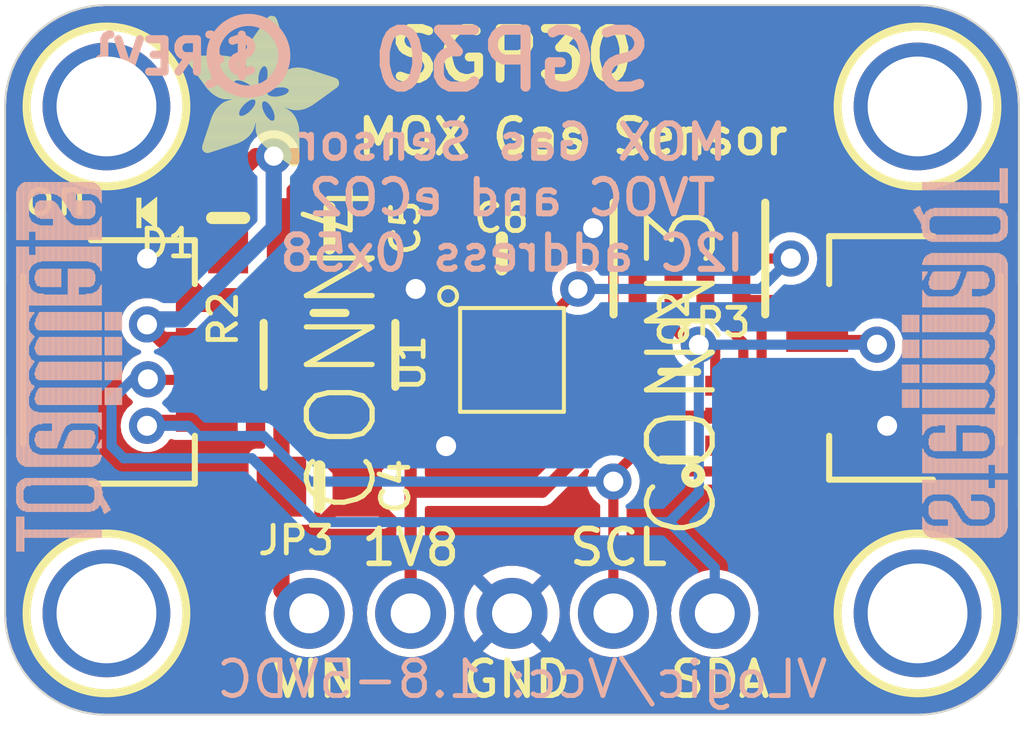
<source format=kicad_pcb>
(kicad_pcb (version 20221018) (generator pcbnew)
  (layers (0 "F.Cu" signal) (31 "B.Cu" signal) (34 "B.Paste" user) (35 "F.Paste" user) (36 "B.SilkS" user "B.Silkscreen") (37 "F.SilkS" user "F.Silkscreen") (38 "B.Mask" user) (39 "F.Mask" user) (44 "Edge.Cuts" user))
  (net 0 "")
  (net 1 "GND")
  (net 2 "SDA")
  (net 3 "SCL")
  (net 4 "SCL_2V")
  (net 5 "SDA_2V")
  (net 6 "VCC")
  (net 7 "N$1")
  (net 8 "1.8V")
  (footprint "working:CHIPLED_0603_NOOUTLINE" (layer "F.Cu") (at 139.3571 101.3206 90)
    (fp_text reference "D1" (at -0.762 1.27) (layer "F.SilkS") (effects (font (size 0.692831 0.692831) (thickness 0.119969)) (justify right)))
    (fp_text value "GREEN")
    (pad "A" smd rect (at 0 0.75 90) (size 0.8 0.8) (layers "F.Cu" "F.Paste" "F.Mask") (net 7 "N$1"))
    (pad "C" smd rect (at 0 -0.75 90) (size 0.8 0.8) (layers "F.Cu" "F.Paste" "F.Mask") (net 1 "GND"))
  )
  (footprint "working:ADAFRUIT_3.5MM" (layer "F.Cu") (at 140.3731 100.1776)
    (fp_text reference "U$34" hide)
    (fp_text value "" hide)
  )
  (footprint "working:MOUNTINGHOLE_2.5_PLATED" (layer "F.Cu") (at 138.3411 98.6536)
    (fp_text reference "U$28" hide)
    (fp_text value "MOUNTINGHOLE2.5" hide)
    (pad "P$1" thru_hole circle (at 0 0) (size 3.2 3.2) (drill 2.5) (layers "*.Cu" "*.Mask"))
    (zone (net 0) (net_name "") (layer "F.Cu") (connect_pads (clearance 0)) (min_thickness 0.25)
      (keepout (tracks not_allowed) (vias not_allowed) (pads not_allowed) (copperpour not_allowed) (footprints allowed))
      (fill (thermal_gap 0.5) (thermal_bridge_width 0.5))
      (polygon (pts (xy 140.3571 98.6536) (xy 140.33748 98.373027) (xy 140.279004 98.097915) (xy 140.182808 97.833619) (xy 140.050765 97.585283) (xy 139.885446 97.35774) (xy 139.690067 97.15542) (xy 139.468433 96.98226) (xy 139.224856 96.841631) (xy 138.964078 96.73627) (xy 138.691175 96.668228) (xy 138.411457 96.638828) (xy 138.130371 96.648644) (xy 137.853385 96.697484) (xy 137.585893 96.784397) (xy 137.3331 96.907693) (xy 137.099926 97.06497) (xy 136.890911 97.253169) (xy 136.710122 97.468625) (xy 136.561078 97.707145) (xy 136.44668 97.964087) (xy 136.369154 98.23445) (xy 136.330011 98.512971) (xy 136.330011 98.794229) (xy 136.369154 99.07275) (xy 136.44668 99.343113) (xy 136.561078 99.600055) (xy 136.710122 99.838575) (xy 136.890911 100.054031) (xy 137.099926 100.24223) (xy 137.3331 100.399507) (xy 137.585893 100.522803) (xy 137.853385 100.609716) (xy 138.130371 100.658556) (xy 138.411457 100.668372) (xy 138.691175 100.638972) (xy 138.964078 100.57093) (xy 139.224856 100.465569) (xy 139.468433 100.32494) (xy 139.690067 100.15178) (xy 139.885446 99.94946) (xy 140.050765 99.721917) (xy 140.182808 99.473581) (xy 140.279004 99.209285) (xy 140.33748 98.934173)))
      (polygon (pts (xy 138.3251 98.6536) (xy 138.329786 98.664914) (xy 138.3411 98.6696) (xy 138.352414 98.664914) (xy 138.3571 98.6536) (xy 138.352414 98.642286) (xy 138.3411 98.6376) (xy 138.329786 98.642286)))
    )
    (zone (net 0) (net_name "") (layer "B.Cu") (connect_pads (clearance 0)) (min_thickness 0.25)
      (keepout (tracks not_allowed) (vias not_allowed) (pads not_allowed) (copperpour not_allowed) (footprints allowed))
      (fill (thermal_gap 0.5) (thermal_bridge_width 0.5))
      (polygon (pts (xy 140.3571 98.6536) (xy 140.33748 98.373027) (xy 140.279004 98.097915) (xy 140.182808 97.833619) (xy 140.050765 97.585283) (xy 139.885446 97.35774) (xy 139.690067 97.15542) (xy 139.468433 96.98226) (xy 139.224856 96.841631) (xy 138.964078 96.73627) (xy 138.691175 96.668228) (xy 138.411457 96.638828) (xy 138.130371 96.648644) (xy 137.853385 96.697484) (xy 137.585893 96.784397) (xy 137.3331 96.907693) (xy 137.099926 97.06497) (xy 136.890911 97.253169) (xy 136.710122 97.468625) (xy 136.561078 97.707145) (xy 136.44668 97.964087) (xy 136.369154 98.23445) (xy 136.330011 98.512971) (xy 136.330011 98.794229) (xy 136.369154 99.07275) (xy 136.44668 99.343113) (xy 136.561078 99.600055) (xy 136.710122 99.838575) (xy 136.890911 100.054031) (xy 137.099926 100.24223) (xy 137.3331 100.399507) (xy 137.585893 100.522803) (xy 137.853385 100.609716) (xy 138.130371 100.658556) (xy 138.411457 100.668372) (xy 138.691175 100.638972) (xy 138.964078 100.57093) (xy 139.224856 100.465569) (xy 139.468433 100.32494) (xy 139.690067 100.15178) (xy 139.885446 99.94946) (xy 140.050765 99.721917) (xy 140.182808 99.473581) (xy 140.279004 99.209285) (xy 140.33748 98.934173)))
      (polygon (pts (xy 138.3251 98.6536) (xy 138.329786 98.664914) (xy 138.3411 98.6696) (xy 138.352414 98.664914) (xy 138.3571 98.6536) (xy 138.352414 98.642286) (xy 138.3411 98.6376) (xy 138.329786 98.642286)))
    )
  )
  (footprint "working:JST_SH4" (layer "F.Cu") (at 158.6611 105.0036 90)
    (fp_text reference "CONN3" (at -4.6 -5.9 90) (layer "F.SilkS") (effects (font (size 1.647139 1.647139) (thickness 0.130861)) (justify left)))
    (fp_text value "STEMMA_I2C_QT" hide)
    (pad "1" smd rect (at -1.5 -2.514 180) (size 1.55 0.6) (layers "F.Cu" "F.Paste" "F.Mask") (net 1 "GND"))
    (pad "2" smd rect (at -0.5 -2.514 180) (size 1.55 0.6) (layers "F.Cu" "F.Paste" "F.Mask") (net 6 "VCC"))
    (pad "3" smd rect (at 0.5 -2.514 180) (size 1.55 0.6) (layers "F.Cu" "F.Paste" "F.Mask") (net 2 "SDA"))
    (pad "4" smd rect (at 1.5 -2.514 180) (size 1.55 0.6) (layers "F.Cu" "F.Paste" "F.Mask") (net 3 "SCL"))
    (pad "MT1" smd rect (at -2.8 1.386 180) (size 1.8 1.2) (layers "F.Cu" "F.Paste" "F.Mask") (net 1 "GND"))
    (pad "MT2" smd rect (at 2.8 1.386 180) (size 1.8 1.2) (layers "F.Cu" "F.Paste" "F.Mask") (net 1 "GND"))
  )
  (footprint "working:SGP30" (layer "F.Cu") (at 148.5011 105.0036)
    (fp_text reference "U$2" hide)
    (fp_text value "SGP30" hide)
    (pad "1" smd rect (at -1.225 -0.8) (size 0.55 0.4) (layers "F.Cu" "F.Paste" "F.Mask") (net 8 "1.8V"))
    (pad "2" smd rect (at -1.225 0) (size 0.55 0.4) (layers "F.Cu" "F.Paste" "F.Mask") (net 1 "GND"))
    (pad "3" smd rect (at -1.225 0.8) (size 0.55 0.4) (layers "F.Cu" "F.Paste" "F.Mask") (net 5 "SDA_2V"))
    (pad "4" smd rect (at 1.225 0.8) (size 0.55 0.4) (layers "F.Cu" "F.Paste" "F.Mask") (net 1 "GND"))
    (pad "5" smd rect (at 1.225 0) (size 0.55 0.4) (layers "F.Cu" "F.Paste" "F.Mask") (net 8 "1.8V"))
    (pad "6" smd rect (at 1.225 -0.8) (size 0.55 0.4) (layers "F.Cu" "F.Paste" "F.Mask") (net 4 "SCL_2V"))
    (pad "P$7" smd rect (at 0 0) (size 1.05 1.5) (layers "F.Cu" "F.Paste" "F.Mask") (net 1 "GND"))
  )
  (footprint "working:MOUNTINGHOLE_2.5_PLATED" (layer "F.Cu") (at 158.6611 98.6536)
    (fp_text reference "U$29" hide)
    (fp_text value "MOUNTINGHOLE2.5" hide)
    (pad "P$1" thru_hole circle (at 0 0) (size 3.2 3.2) (drill 2.5) (layers "*.Cu" "*.Mask"))
    (zone (net 0) (net_name "") (layer "F.Cu") (connect_pads (clearance 0)) (min_thickness 0.25)
      (keepout (tracks not_allowed) (vias not_allowed) (pads not_allowed) (copperpour not_allowed) (footprints allowed))
      (fill (thermal_gap 0.5) (thermal_bridge_width 0.5))
      (polygon (pts (xy 160.6771 98.6536) (xy 160.65748 98.373027) (xy 160.599004 98.097915) (xy 160.502808 97.833619) (xy 160.370765 97.585283) (xy 160.205446 97.35774) (xy 160.010067 97.15542) (xy 159.788433 96.98226) (xy 159.544856 96.841631) (xy 159.284078 96.73627) (xy 159.011175 96.668228) (xy 158.731457 96.638828) (xy 158.450371 96.648644) (xy 158.173385 96.697484) (xy 157.905893 96.784397) (xy 157.6531 96.907693) (xy 157.419926 97.06497) (xy 157.210911 97.253169) (xy 157.030122 97.468625) (xy 156.881078 97.707145) (xy 156.76668 97.964087) (xy 156.689154 98.23445) (xy 156.650011 98.512971) (xy 156.650011 98.794229) (xy 156.689154 99.07275) (xy 156.76668 99.343113) (xy 156.881078 99.600055) (xy 157.030122 99.838575) (xy 157.210911 100.054031) (xy 157.419926 100.24223) (xy 157.6531 100.399507) (xy 157.905893 100.522803) (xy 158.173385 100.609716) (xy 158.450371 100.658556) (xy 158.731457 100.668372) (xy 159.011175 100.638972) (xy 159.284078 100.57093) (xy 159.544856 100.465569) (xy 159.788433 100.32494) (xy 160.010067 100.15178) (xy 160.205446 99.94946) (xy 160.370765 99.721917) (xy 160.502808 99.473581) (xy 160.599004 99.209285) (xy 160.65748 98.934173)))
      (polygon (pts (xy 158.6451 98.6536) (xy 158.649786 98.664914) (xy 158.6611 98.6696) (xy 158.672414 98.664914) (xy 158.6771 98.6536) (xy 158.672414 98.642286) (xy 158.6611 98.6376) (xy 158.649786 98.642286)))
    )
    (zone (net 0) (net_name "") (layer "B.Cu") (connect_pads (clearance 0)) (min_thickness 0.25)
      (keepout (tracks not_allowed) (vias not_allowed) (pads not_allowed) (copperpour not_allowed) (footprints allowed))
      (fill (thermal_gap 0.5) (thermal_bridge_width 0.5))
      (polygon (pts (xy 160.6771 98.6536) (xy 160.65748 98.373027) (xy 160.599004 98.097915) (xy 160.502808 97.833619) (xy 160.370765 97.585283) (xy 160.205446 97.35774) (xy 160.010067 97.15542) (xy 159.788433 96.98226) (xy 159.544856 96.841631) (xy 159.284078 96.73627) (xy 159.011175 96.668228) (xy 158.731457 96.638828) (xy 158.450371 96.648644) (xy 158.173385 96.697484) (xy 157.905893 96.784397) (xy 157.6531 96.907693) (xy 157.419926 97.06497) (xy 157.210911 97.253169) (xy 157.030122 97.468625) (xy 156.881078 97.707145) (xy 156.76668 97.964087) (xy 156.689154 98.23445) (xy 156.650011 98.512971) (xy 156.650011 98.794229) (xy 156.689154 99.07275) (xy 156.76668 99.343113) (xy 156.881078 99.600055) (xy 157.030122 99.838575) (xy 157.210911 100.054031) (xy 157.419926 100.24223) (xy 157.6531 100.399507) (xy 157.905893 100.522803) (xy 158.173385 100.609716) (xy 158.450371 100.658556) (xy 158.731457 100.668372) (xy 159.011175 100.638972) (xy 159.284078 100.57093) (xy 159.544856 100.465569) (xy 159.788433 100.32494) (xy 160.010067 100.15178) (xy 160.205446 99.94946) (xy 160.370765 99.721917) (xy 160.502808 99.473581) (xy 160.599004 99.209285) (xy 160.65748 98.934173)))
      (polygon (pts (xy 158.6451 98.6536) (xy 158.649786 98.664914) (xy 158.6611 98.6696) (xy 158.672414 98.664914) (xy 158.6771 98.6536) (xy 158.672414 98.642286) (xy 158.6611 98.6376) (xy 158.649786 98.642286)))
    )
  )
  (footprint "working:FIDUCIAL_1MM" (layer "F.Cu") (at 140.8811 109.3216)
    (fp_text reference "FID3" hide)
    (fp_text value "FIDUCIAL_1MM" hide)
    (pad "1" smd roundrect (at 0 0) (size 1 1) (layers "F.Cu" "F.Mask") (roundrect_rratio 0.5))
  )
  (footprint "working:MOUNTINGHOLE_2.5_PLATED" (layer "F.Cu") (at 158.6611 111.3536)
    (fp_text reference "U$32" hide)
    (fp_text value "MOUNTINGHOLE2.5" hide)
    (pad "P$1" thru_hole circle (at 0 0) (size 3.2 3.2) (drill 2.5) (layers "*.Cu" "*.Mask"))
    (zone (net 0) (net_name "") (layer "F.Cu") (connect_pads (clearance 0)) (min_thickness 0.25)
      (keepout (tracks not_allowed) (vias not_allowed) (pads not_allowed) (copperpour not_allowed) (footprints allowed))
      (fill (thermal_gap 0.5) (thermal_bridge_width 0.5))
      (polygon (pts (xy 160.6771 111.3536) (xy 160.65748 111.073027) (xy 160.599004 110.797915) (xy 160.502808 110.533619) (xy 160.370765 110.285283) (xy 160.205446 110.05774) (xy 160.010067 109.85542) (xy 159.788433 109.68226) (xy 159.544856 109.541631) (xy 159.284078 109.43627) (xy 159.011175 109.368228) (xy 158.731457 109.338828) (xy 158.450371 109.348644) (xy 158.173385 109.397484) (xy 157.905893 109.484397) (xy 157.6531 109.607693) (xy 157.419926 109.76497) (xy 157.210911 109.953169) (xy 157.030122 110.168625) (xy 156.881078 110.407145) (xy 156.76668 110.664087) (xy 156.689154 110.93445) (xy 156.650011 111.212971) (xy 156.650011 111.494229) (xy 156.689154 111.77275) (xy 156.76668 112.043113) (xy 156.881078 112.300055) (xy 157.030122 112.538575) (xy 157.210911 112.754031) (xy 157.419926 112.94223) (xy 157.6531 113.099507) (xy 157.905893 113.222803) (xy 158.173385 113.309716) (xy 158.450371 113.358556) (xy 158.731457 113.368372) (xy 159.011175 113.338972) (xy 159.284078 113.27093) (xy 159.544856 113.165569) (xy 159.788433 113.02494) (xy 160.010067 112.85178) (xy 160.205446 112.64946) (xy 160.370765 112.421917) (xy 160.502808 112.173581) (xy 160.599004 111.909285) (xy 160.65748 111.634173)))
      (polygon (pts (xy 158.6451 111.3536) (xy 158.649786 111.364914) (xy 158.6611 111.3696) (xy 158.672414 111.364914) (xy 158.6771 111.3536) (xy 158.672414 111.342286) (xy 158.6611 111.3376) (xy 158.649786 111.342286)))
    )
    (zone (net 0) (net_name "") (layer "B.Cu") (connect_pads (clearance 0)) (min_thickness 0.25)
      (keepout (tracks not_allowed) (vias not_allowed) (pads not_allowed) (copperpour not_allowed) (footprints allowed))
      (fill (thermal_gap 0.5) (thermal_bridge_width 0.5))
      (polygon (pts (xy 160.6771 111.3536) (xy 160.65748 111.073027) (xy 160.599004 110.797915) (xy 160.502808 110.533619) (xy 160.370765 110.285283) (xy 160.205446 110.05774) (xy 160.010067 109.85542) (xy 159.788433 109.68226) (xy 159.544856 109.541631) (xy 159.284078 109.43627) (xy 159.011175 109.368228) (xy 158.731457 109.338828) (xy 158.450371 109.348644) (xy 158.173385 109.397484) (xy 157.905893 109.484397) (xy 157.6531 109.607693) (xy 157.419926 109.76497) (xy 157.210911 109.953169) (xy 157.030122 110.168625) (xy 156.881078 110.407145) (xy 156.76668 110.664087) (xy 156.689154 110.93445) (xy 156.650011 111.212971) (xy 156.650011 111.494229) (xy 156.689154 111.77275) (xy 156.76668 112.043113) (xy 156.881078 112.300055) (xy 157.030122 112.538575) (xy 157.210911 112.754031) (xy 157.419926 112.94223) (xy 157.6531 113.099507) (xy 157.905893 113.222803) (xy 158.173385 113.309716) (xy 158.450371 113.358556) (xy 158.731457 113.368372) (xy 159.011175 113.338972) (xy 159.284078 113.27093) (xy 159.544856 113.165569) (xy 159.788433 113.02494) (xy 160.010067 112.85178) (xy 160.205446 112.64946) (xy 160.370765 112.421917) (xy 160.502808 112.173581) (xy 160.599004 111.909285) (xy 160.65748 111.634173)))
      (polygon (pts (xy 158.6451 111.3536) (xy 158.649786 111.364914) (xy 158.6611 111.3696) (xy 158.672414 111.364914) (xy 158.6771 111.3536) (xy 158.672414 111.342286) (xy 158.6611 111.3376) (xy 158.649786 111.342286)))
    )
  )
  (footprint "working:0603-NO" (layer "F.Cu") (at 141.3891 101.4476 -90)
    (fp_text reference "R2" (at 1.778 0.127 90) (layer "F.SilkS") (effects (font (size 0.692831 0.692831) (thickness 0.119969)) (justify right)))
    (fp_text value "10K")
    (pad "1" smd rect (at -0.85 0 270) (size 1.075 1) (layers "F.Cu" "F.Paste" "F.Mask") (net 6 "VCC"))
    (pad "2" smd rect (at 0.85 0 270) (size 1.075 1) (layers "F.Cu" "F.Paste" "F.Mask") (net 7 "N$1"))
  )
  (footprint "working:0805-NO" (layer "F.Cu") (at 143.6751 108.1786)
    (fp_text reference "C4" (at 1.905 -0.762 90) (layer "F.SilkS") (effects (font (size 0.692831 0.692831) (thickness 0.119969)) (justify right)))
    (fp_text value "10uF")
    (pad "1" smd rect (at -0.95 0) (size 1.24 1.5) (layers "F.Cu" "F.Paste" "F.Mask") (net 6 "VCC"))
    (pad "2" smd rect (at 0.95 0) (size 1.24 1.5) (layers "F.Cu" "F.Paste" "F.Mask") (net 1 "GND"))
  )
  (footprint "working:JST_SH4" (layer "F.Cu") (at 138.3411 105.0036 -90)
    (fp_text reference "CONN4" (at -4.6 -5.9 90) (layer "F.SilkS") (effects (font (size 1.647139 1.647139) (thickness 0.130861)) (justify right)))
    (fp_text value "STEMMA_I2C_QT" hide)
    (pad "1" smd rect (at -1.5 -2.514) (size 1.55 0.6) (layers "F.Cu" "F.Paste" "F.Mask") (net 1 "GND"))
    (pad "2" smd rect (at -0.5 -2.514) (size 1.55 0.6) (layers "F.Cu" "F.Paste" "F.Mask") (net 6 "VCC"))
    (pad "3" smd rect (at 0.5 -2.514) (size 1.55 0.6) (layers "F.Cu" "F.Paste" "F.Mask") (net 2 "SDA"))
    (pad "4" smd rect (at 1.5 -2.514) (size 1.55 0.6) (layers "F.Cu" "F.Paste" "F.Mask") (net 3 "SCL"))
    (pad "MT1" smd rect (at -2.8 1.386) (size 1.8 1.2) (layers "F.Cu" "F.Paste" "F.Mask") (net 1 "GND"))
    (pad "MT2" smd rect (at 2.8 1.386) (size 1.8 1.2) (layers "F.Cu" "F.Paste" "F.Mask") (net 1 "GND"))
  )
  (footprint "working:SOT363" (layer "F.Cu") (at 152.6921 106.4006 90)
    (fp_text reference "Q2" (at 1.651 -0.127 90) (layer "F.SilkS") (effects (font (size 0.692831 0.692831) (thickness 0.119969)) (justify left)))
    (fp_text value "BSS138")
    (pad "1" smd rect (at -0.75 0.9 90) (size 0.5 0.5) (layers "F.Cu" "F.Paste" "F.Mask") (net 4 "SCL_2V"))
    (pad "2" smd rect (at 0 0.9 90) (size 0.4 0.5) (layers "F.Cu" "F.Paste" "F.Mask") (net 8 "1.8V"))
    (pad "3" smd rect (at 0.75 0.9 90) (size 0.5 0.5) (layers "F.Cu" "F.Paste" "F.Mask") (net 2 "SDA"))
    (pad "4" smd rect (at 0.75 -0.9 90) (size 0.5 0.5) (layers "F.Cu" "F.Paste" "F.Mask") (net 5 "SDA_2V"))
    (pad "5" smd rect (at 0 -0.9 90) (size 0.4 0.5) (layers "F.Cu" "F.Paste" "F.Mask") (net 8 "1.8V"))
    (pad "6" smd rect (at -0.75 -0.9 90) (size 0.5 0.5) (layers "F.Cu" "F.Paste" "F.Mask") (net 3 "SCL"))
  )
  (footprint "working:FIDUCIAL_1MM" (layer "F.Cu") (at 155.3591 97.3836)
    (fp_text reference "FID4" hide)
    (fp_text value "FIDUCIAL_1MM" hide)
    (pad "1" smd roundrect (at 0 0) (size 1 1) (layers "F.Cu" "F.Mask") (roundrect_rratio 0.5))
  )
  (footprint "working:MOUNTINGHOLE_2.5_PLATED" (layer "F.Cu") (at 138.3411 111.3536)
    (fp_text reference "U$31" hide)
    (fp_text value "MOUNTINGHOLE2.5" hide)
    (pad "P$1" thru_hole circle (at 0 0) (size 3.2 3.2) (drill 2.5) (layers "*.Cu" "*.Mask"))
    (zone (net 0) (net_name "") (layer "F.Cu") (connect_pads (clearance 0)) (min_thickness 0.25)
      (keepout (tracks not_allowed) (vias not_allowed) (pads not_allowed) (copperpour not_allowed) (footprints allowed))
      (fill (thermal_gap 0.5) (thermal_bridge_width 0.5))
      (polygon (pts (xy 140.3571 111.3536) (xy 140.33748 111.073027) (xy 140.279004 110.797915) (xy 140.182808 110.533619) (xy 140.050765 110.285283) (xy 139.885446 110.05774) (xy 139.690067 109.85542) (xy 139.468433 109.68226) (xy 139.224856 109.541631) (xy 138.964078 109.43627) (xy 138.691175 109.368228) (xy 138.411457 109.338828) (xy 138.130371 109.348644) (xy 137.853385 109.397484) (xy 137.585893 109.484397) (xy 137.3331 109.607693) (xy 137.099926 109.76497) (xy 136.890911 109.953169) (xy 136.710122 110.168625) (xy 136.561078 110.407145) (xy 136.44668 110.664087) (xy 136.369154 110.93445) (xy 136.330011 111.212971) (xy 136.330011 111.494229) (xy 136.369154 111.77275) (xy 136.44668 112.043113) (xy 136.561078 112.300055) (xy 136.710122 112.538575) (xy 136.890911 112.754031) (xy 137.099926 112.94223) (xy 137.3331 113.099507) (xy 137.585893 113.222803) (xy 137.853385 113.309716) (xy 138.130371 113.358556) (xy 138.411457 113.368372) (xy 138.691175 113.338972) (xy 138.964078 113.27093) (xy 139.224856 113.165569) (xy 139.468433 113.02494) (xy 139.690067 112.85178) (xy 139.885446 112.64946) (xy 140.050765 112.421917) (xy 140.182808 112.173581) (xy 140.279004 111.909285) (xy 140.33748 111.634173)))
      (polygon (pts (xy 138.3251 111.3536) (xy 138.329786 111.364914) (xy 138.3411 111.3696) (xy 138.352414 111.364914) (xy 138.3571 111.3536) (xy 138.352414 111.342286) (xy 138.3411 111.3376) (xy 138.329786 111.342286)))
    )
    (zone (net 0) (net_name "") (layer "B.Cu") (connect_pads (clearance 0)) (min_thickness 0.25)
      (keepout (tracks not_allowed) (vias not_allowed) (pads not_allowed) (copperpour not_allowed) (footprints allowed))
      (fill (thermal_gap 0.5) (thermal_bridge_width 0.5))
      (polygon (pts (xy 140.3571 111.3536) (xy 140.33748 111.073027) (xy 140.279004 110.797915) (xy 140.182808 110.533619) (xy 140.050765 110.285283) (xy 139.885446 110.05774) (xy 139.690067 109.85542) (xy 139.468433 109.68226) (xy 139.224856 109.541631) (xy 138.964078 109.43627) (xy 138.691175 109.368228) (xy 138.411457 109.338828) (xy 138.130371 109.348644) (xy 137.853385 109.397484) (xy 137.585893 109.484397) (xy 137.3331 109.607693) (xy 137.099926 109.76497) (xy 136.890911 109.953169) (xy 136.710122 110.168625) (xy 136.561078 110.407145) (xy 136.44668 110.664087) (xy 136.369154 110.93445) (xy 136.330011 111.212971) (xy 136.330011 111.494229) (xy 136.369154 111.77275) (xy 136.44668 112.043113) (xy 136.561078 112.300055) (xy 136.710122 112.538575) (xy 136.890911 112.754031) (xy 137.099926 112.94223) (xy 137.3331 113.099507) (xy 137.585893 113.222803) (xy 137.853385 113.309716) (xy 138.130371 113.358556) (xy 138.411457 113.368372) (xy 138.691175 113.338972) (xy 138.964078 113.27093) (xy 139.224856 113.165569) (xy 139.468433 113.02494) (xy 139.690067 112.85178) (xy 139.885446 112.64946) (xy 140.050765 112.421917) (xy 140.182808 112.173581) (xy 140.279004 111.909285) (xy 140.33748 111.634173)))
      (polygon (pts (xy 138.3251 111.3536) (xy 138.329786 111.364914) (xy 138.3411 111.3696) (xy 138.352414 111.364914) (xy 138.3571 111.3536) (xy 138.352414 111.342286) (xy 138.3411 111.3376) (xy 138.329786 111.342286)))
    )
  )
  (footprint "working:RESPACK_4X0603" (layer "F.Cu") (at 152.9461 102.4636 180)
    (fp_text reference "R3" (at -1.6 -1.6) (layer "F.SilkS") (effects (font (size 0.692831 0.692831) (thickness 0.119969)) (justify right)))
    (fp_text value "10K")
    (pad "1" smd rect (at -1.3 0.85 180) (size 0.45 0.9) (layers "F.Cu" "F.Paste" "F.Mask") (net 6 "VCC"))
    (pad "2" smd rect (at -0.4 0.85 180) (size 0.45 0.9) (layers "F.Cu" "F.Paste" "F.Mask") (net 8 "1.8V"))
    (pad "3" smd rect (at 0.4 0.85 180) (size 0.45 0.9) (layers "F.Cu" "F.Paste" "F.Mask") (net 6 "VCC"))
    (pad "4" smd rect (at 1.3 0.85 180) (size 0.45 0.9) (layers "F.Cu" "F.Paste" "F.Mask") (net 8 "1.8V"))
    (pad "5" smd rect (at 1.3 -0.85 180) (size 0.45 0.9) (layers "F.Cu" "F.Paste" "F.Mask") (net 5 "SDA_2V"))
    (pad "6" smd rect (at 0.4 -0.85 180) (size 0.45 0.9) (layers "F.Cu" "F.Paste" "F.Mask") (net 2 "SDA"))
    (pad "7" smd rect (at -0.4 -0.85 180) (size 0.45 0.9) (layers "F.Cu" "F.Paste" "F.Mask") (net 4 "SCL_2V"))
    (pad "8" smd rect (at -1.3 -0.85 180) (size 0.45 0.9) (layers "F.Cu" "F.Paste" "F.Mask") (net 3 "SCL"))
  )
  (footprint "working:SOT23-5" (layer "F.Cu") (at 143.9291 104.8766)
    (fp_text reference "U1" (at 2.032 -0.562 90) (layer "F.SilkS") (effects (font (size 0.692831 0.692831) (thickness 0.119969)) (justify right)))
    (fp_text value "MIC5225-1.8V")
    (pad "1" smd rect (at -0.95 1.3001) (size 0.55 1.2) (layers "F.Cu" "F.Paste" "F.Mask") (net 6 "VCC"))
    (pad "2" smd rect (at 0 1.3001) (size 0.55 1.2) (layers "F.Cu" "F.Paste" "F.Mask") (net 1 "GND"))
    (pad "3" smd rect (at 0.95 1.3001) (size 0.55 1.2) (layers "F.Cu" "F.Paste" "F.Mask") (net 6 "VCC"))
    (pad "4" smd rect (at 0.95 -1.3001) (size 0.55 1.2) (layers "F.Cu" "F.Paste" "F.Mask"))
    (pad "5" smd rect (at -0.95 -1.3001) (size 0.55 1.2) (layers "F.Cu" "F.Paste" "F.Mask") (net 8 "1.8V"))
  )
  (footprint "working:0603-NO" (layer "F.Cu") (at 148.2471 102.3366)
    (fp_text reference "C6" (at -0.762 -0.889) (layer "F.SilkS") (effects (font (size 0.692831 0.692831) (thickness 0.119969)) (justify left)))
    (fp_text value "0.1uF")
    (pad "1" smd rect (at -0.85 0) (size 1.075 1) (layers "F.Cu" "F.Paste" "F.Mask") (net 8 "1.8V"))
    (pad "2" smd rect (at 0.85 0) (size 1.075 1) (layers "F.Cu" "F.Paste" "F.Mask") (net 1 "GND"))
  )
  (footprint "working:0805-NO" (layer "F.Cu") (at 143.9291 101.7016)
    (fp_text reference "C5" (at 1.905 -0.762 90) (layer "F.SilkS") (effects (font (size 0.692831 0.692831) (thickness 0.119969)) (justify right)))
    (fp_text value "10uF")
    (pad "1" smd rect (at -0.95 0) (size 1.24 1.5) (layers "F.Cu" "F.Paste" "F.Mask") (net 8 "1.8V"))
    (pad "2" smd rect (at 0.95 0) (size 1.24 1.5) (layers "F.Cu" "F.Paste" "F.Mask") (net 1 "GND"))
  )
  (footprint "working:1X05_ROUND_70" (layer "F.Cu") (at 148.5011 111.3536)
    (fp_text reference "JP3" (at -6.4262 -1.8288) (layer "F.SilkS") (effects (font (size 0.692831 0.692831) (thickness 0.119969)) (justify left)))
    (fp_text value "")
    (pad "1" thru_hole circle (at -5.08 0 90) (size 1.778 1.778) (drill 1) (layers "*.Cu" "*.Mask") (net 6 "VCC"))
    (pad "2" thru_hole circle (at -2.54 0 90) (size 1.778 1.778) (drill 1) (layers "*.Cu" "*.Mask") (net 8 "1.8V"))
    (pad "3" thru_hole circle (at 0 0 90) (size 1.778 1.778) (drill 1) (layers "*.Cu" "*.Mask") (net 1 "GND"))
    (pad "4" thru_hole circle (at 2.54 0 90) (size 1.778 1.778) (drill 1) (layers "*.Cu" "*.Mask") (net 3 "SCL"))
    (pad "5" thru_hole circle (at 5.08 0 90) (size 1.778 1.778) (drill 1) (layers "*.Cu" "*.Mask") (net 2 "SDA"))
  )
  (footprint "working:STEMMAQT" (layer "B.Cu") (at 138.7221 100.5586 -90)
    (fp_text reference "U$37" hide)
    (fp_text value "" hide)
  )
  (footprint "working:STEMMAQT" (layer "B.Cu") (at 158.2801 109.4486 90)
    (fp_text reference "U$36" hide)
    (fp_text value "" hide)
  )
  (footprint "working:PCBFEAT-REV-040" (layer "B.Cu") (at 141.8971 97.3836 180)
    (fp_text reference "U$35" hide)
    (fp_text value "" hide)
    (fp_text user "${REV}" (at -0.3556 -0.508) (layer "B.SilkS") (effects (font (size 0.8128 0.8128) (thickness 0.2032)) (justify left bottom mirror)))
  )
  (gr_line (start 161.2011 111.3536) (end 161.2011 98.6536) (stroke (width 0.05)) (layer "Edge.Cuts"))
  (gr_arc (start 161.2011 111.3536) (mid 160.457151 113.149651) (end 158.6611 113.8936) (stroke (width 0.05)) (layer "Edge.Cuts"))
  (gr_line (start 158.6611 96.1136) (end 138.3411 96.1136) (stroke (width 0.05)) (layer "Edge.Cuts"))
  (gr_arc (start 138.3411 113.8936) (mid 136.545049 113.149651) (end 135.8011 111.3536) (stroke (width 0.05)) (layer "Edge.Cuts"))
  (gr_arc (start 135.8011 98.6536) (mid 136.545049 96.857549) (end 138.3411 96.1136) (stroke (width 0.05)) (layer "Edge.Cuts"))
  (gr_arc (start 158.6611 96.1136) (mid 160.457151 96.857549) (end 161.2011 98.6536) (stroke (width 0.05)) (layer "Edge.Cuts"))
  (gr_line (start 138.3411 113.8936) (end 158.6611 113.8936) (stroke (width 0.05)) (layer "Edge.Cuts"))
  (gr_line (start 135.8011 98.6536) (end 135.8011 111.3536) (stroke (width 0.05)) (layer "Edge.Cuts"))
  (gr_text "SGP30" (at 148.5011 97.5106) (layer "B.SilkS") (effects (font (size 1.42494 1.42494) (thickness 0.25146)) (justify mirror)))
  (gr_text "VLogic/Vcc: 1.8-5VDC" (at 148.7551 113.0046) (layer "B.SilkS") (effects (font (size 0.89408 0.89408) (thickness 0.12192)) (justify mirror)))
  (gr_text "MOX Gas Sensor\nTVOC and eCO2\nI2C address 0x58" (at 148.5011 100.9396) (layer "B.SilkS") (effects (font (size 0.8636 0.8636) (thickness 0.1524)) (justify mirror)))
  (gr_text "SGP30" (at 148.5011 97.3836) (layer "F.SilkS") (effects (font (size 1.25222 1.25222) (thickness 0.22098))))
  (gr_text "VIN" (at 143.5481 113.0046) (layer "F.SilkS") (effects (font (size 0.87376 0.87376) (thickness 0.14224))))
  (gr_text "on" (at 136.1821 101.4476) (layer "F.SilkS") (effects (font (size 0.89408 0.89408) (thickness 0.12192)) (justify left bottom)))
  (gr_text "1V8" (at 145.9611 109.7026) (layer "F.SilkS") (effects (font (size 0.87376 0.87376) (thickness 0.14224))))
  (gr_text "SCL" (at 151.1681 109.7026) (layer "F.SilkS") (effects (font (size 0.87376 0.87376) (thickness 0.14224))))
  (gr_text "MOX Gas Sensor" (at 150.0251 99.4156) (layer "F.SilkS") (effects (font (size 0.8636 0.8636) (thickness 0.1524))))
  (gr_text "GND" (at 148.6281 113.0046) (layer "F.SilkS") (effects (font (size 0.87376 0.87376) (thickness 0.14224))))
  (gr_text "SDA" (at 153.7081 113.0046) (layer "F.SilkS") (effects (font (size 0.87376 0.87376) (thickness 0.14224))))
  (segment (start 149.3011 105.8036) (end 148.5011 105.0036) (width 0.254) (layer "F.Cu") (net 1))
  (segment (start 149.7261 105.8036) (end 149.3011 105.8036) (width 0.254) (layer "F.Cu") (net 1))
  (segment (start 140.3971 103.5036) (end 139.3571 102.4636) (width 0.4064) (layer "F.Cu") (net 1))
  (segment (start 143.9291 106.1767) (end 143.9291 107.4826) (width 0.4064) (layer "F.Cu") (net 1))
  (segment (start 144.6251 108.1786) (end 143.9291 107.4826) (width 0.4064) (layer "F.Cu") (net 1))
  (segment (start 140.8551 103.5036) (end 140.3971 103.5036) (width 0.4064) (layer "F.Cu") (net 1))
  (via (at 150.5331 101.7016) (size 0.9064) (drill 0.5) (layers "F.Cu" "B.Cu") (net 1))
  (via (at 146.0881 103.2256) (size 0.9064) (drill 0.5) (layers "F.Cu" "B.Cu") (net 1))
  (via (at 157.8991 106.6546) (size 0.9064) (drill 0.5) (layers "F.Cu" "B.Cu") (net 1))
  (via (at 146.8501 107.1626) (size 0.9064) (drill 0.5) (layers "F.Cu" "B.Cu") (net 1))
  (via (at 139.3571 102.4636) (size 0.9064) (drill 0.5) (layers "F.Cu" "B.Cu") (net 1))
  (segment (start 157.5261 104.5036) (end 157.6451 104.6226) (width 0.254) (layer "F.Cu") (net 2))
  (segment (start 153.1811 104.6226) (end 153.1811 104.7616) (width 0.254) (layer "F.Cu") (net 2))
  (segment (start 152.9661 104.6226) (end 153.1811 104.6226) (width 0.254) (layer "F.Cu") (net 2))
  (segment (start 153.5921 104.7616) (end 153.5921 105.6506) (width 0.254) (layer "F.Cu") (net 2))
  (segment (start 152.5461 103.3136) (end 152.5461 104.2026) (width 0.254) (layer "F.Cu") (net 2))
  (segment (start 156.1471 104.5036) (end 157.5261 104.5036) (width 0.254) (layer "F.Cu") (net 2))
  (segment (start 139.379706 105.5036) (end 139.379706 105.488994) (width 0.254) (layer "F.Cu") (net 2))
  (segment (start 140.8551 105.5036) (end 139.379706 105.5036) (width 0.254) (layer "F.Cu") (net 2))
  (segment (start 152.9661 104.6226) (end 152.5461 104.2026) (width 0.254) (layer "F.Cu") (net 2))
  (segment (start 153.5921 104.7616) (end 153.1811 104.7616) (width 0.254) (layer "F.Cu") (net 2))
  (via (at 139.379706 105.488994) (size 0.9064) (drill 0.5) (layers "F.Cu" "B.Cu") (net 2))
  (via (at 153.1811 104.6226) (size 0.9064) (drill 0.5) (layers "F.Cu" "B.Cu") (net 2))
  (via (at 157.6451 104.6226) (size 0.9064) (drill 0.5) (layers "F.Cu" "B.Cu") (net 2))
  (segment (start 153.5811 110.2106) (end 152.4381 109.0676) (width 0.254) (layer "B.Cu") (net 2))
  (segment (start 138.4681 107.1626) (end 138.7729 107.4674) (width 0.254) (layer "B.Cu") (net 2))
  (segment (start 138.998706 105.488994) (end 138.4681 106.0196) (width 0.254) (layer "B.Cu") (net 2))
  (segment (start 139.379706 105.488994) (end 138.998706 105.488994) (width 0.254) (layer "B.Cu") (net 2))
  (segment (start 153.1811 104.6226) (end 153.1811 108.3246) (width 0.254) (layer "B.Cu") (net 2))
  (segment (start 143.5832 109.0676) (end 152.4381 109.0676) (width 0.254) (layer "B.Cu") (net 2))
  (segment (start 157.6451 104.6226) (end 153.1811 104.6226) (width 0.254) (layer "B.Cu") (net 2))
  (segment (start 153.1811 108.3246) (end 152.4381 109.0676) (width 0.254) (layer "B.Cu") (net 2))
  (segment (start 138.7729 107.4674) (end 141.983 107.4674) (width 0.254) (layer "B.Cu") (net 2))
  (segment (start 141.983 107.4674) (end 143.5832 109.0676) (width 0.254) (layer "B.Cu") (net 2))
  (segment (start 138.4681 106.0196) (end 138.4681 107.1626) (width 0.254) (layer "B.Cu") (net 2))
  (segment (start 153.5811 111.3536) (end 153.5811 110.2106) (width 0.254) (layer "B.Cu") (net 2))
  (segment (start 156.1471 103.5036) (end 154.4361 103.5036) (width 0.254) (layer "F.Cu") (net 3))
  (segment (start 151.7921 107.1506) (end 151.7916 107.1511) (width 0.254) (layer "F.Cu") (net 3))
  (segment (start 151.7916 107.5321) (end 151.7916 107.1511) (width 0.254) (layer "F.Cu") (net 3))
  (segment (start 151.0411 111.3536) (end 151.0411 111.0996) (width 0.3048) (layer "F.Cu") (net 3))
  (segment (start 154.0891 107.7976) (end 152.0571 107.7976) (width 0.254) (layer "F.Cu") (net 3))
  (segment (start 151.7921 107.1506) (end 151.0411 107.9016) (width 0.254) (layer "F.Cu") (net 3))
  (segment (start 154.7541 103.8216) (end 154.7541 107.1326) (width 0.254) (layer "F.Cu") (net 3))
  (segment (start 140.8551 106.5036) (end 139.5081 106.5036) (width 0.254) (layer "F.Cu") (net 3))
  (segment (start 152.0571 107.7976) (end 151.7916 107.5321) (width 0.254) (layer "F.Cu") (net 3))
  (segment (start 139.5081 106.5036) (end 139.3571 106.6546) (width 0.254) (layer "F.Cu") (net 3))
  (segment (start 154.4361 103.5036) (end 154.2461 103.3136) (width 0.254) (layer "F.Cu") (net 3))
  (segment (start 154.2461 103.3136) (end 154.7541 103.8216) (width 0.254) (layer "F.Cu") (net 3))
  (segment (start 151.0411 107.9016) (end 151.0411 108.0516) (width 0.254) (layer "F.Cu") (net 3))
  (segment (start 151.0411 111.0996) (end 151.0411 108.0516) (width 0.254) (layer "F.Cu") (net 3))
  (segment (start 154.7541 107.1326) (end 154.0891 107.7976) (width 0.254) (layer "F.Cu") (net 3))
  (via (at 139.3571 106.6546) (size 0.9064) (drill 0.5) (layers "F.Cu" "B.Cu") (net 3))
  (via (at 151.0411 108.0516) (size 0.9064) (drill 0.5) (layers "F.Cu" "B.Cu") (net 3))
  (segment (start 151.0411 108.0516) (end 143.4211 108.0516) (width 0.254) (layer "B.Cu") (net 3))
  (segment (start 139.3571 106.6546) (end 140.396262 106.6546) (width 0.254) (layer "B.Cu") (net 3))
  (segment (start 143.4211 108.0516) (end 142.2781 106.9086) (width 0.254) (layer "B.Cu") (net 3))
  (segment (start 140.396262 106.6546) (end 140.650262 106.9086) (width 0.254) (layer "B.Cu") (net 3))
  (segment (start 142.2781 106.9086) (end 140.650262 106.9086) (width 0.254) (layer "B.Cu") (net 3))
  (segment (start 153.3461 103.6256) (end 154.2969 104.5764) (width 0.254) (layer "F.Cu") (net 4))
  (segment (start 153.5921 107.1506) (end 153.9279 107.1506) (width 0.254) (layer "F.Cu") (net 4))
  (segment (start 153.3461 103.3136) (end 153.3461 103.6256) (width 0.254) (layer "F.Cu") (net 4))
  (segment (start 149.7261 104.2036) (end 149.7261 103.6516) (width 0.254) (layer "F.Cu") (net 4))
  (segment (start 149.7261 103.6516) (end 150.1521 103.2256) (width 0.254) (layer "F.Cu") (net 4))
  (segment (start 154.2969 104.5764) (end 154.2969 106.7816) (width 0.254) (layer "F.Cu") (net 4))
  (segment (start 153.3461 103.3136) (end 153.3461 102.9526) (width 0.254) (layer "F.Cu") (net 4))
  (segment (start 153.3461 102.9526) (end 153.8351 102.4636) (width 0.254) (layer "F.Cu") (net 4))
  (segment (start 154.2969 106.7816) (end 153.9279 107.1506) (width 0.254) (layer "F.Cu") (net 4))
  (segment (start 153.8351 102.4636) (end 155.4861 102.4636) (width 0.254) (layer "F.Cu") (net 4))
  (via (at 155.4861 102.4636) (size 0.9064) (drill 0.5) (layers "F.Cu" "B.Cu") (net 4))
  (via (at 150.1521 103.2256) (size 0.889) (drill 0.4826) (layers "F.Cu" "B.Cu") (net 4))
  (segment (start 150.1521 103.2256) (end 154.7241 103.2256) (width 0.254) (layer "B.Cu") (net 4))
  (segment (start 154.7241 103.2256) (end 155.4861 102.4636) (width 0.254) (layer "B.Cu") (net 4))
  (segment (start 147.2761 105.8036) (end 147.2761 106.4456) (width 0.254) (layer "F.Cu") (net 5))
  (segment (start 150.2791 106.5276) (end 151.1561 105.6506) (width 0.254) (layer "F.Cu") (net 5))
  (segment (start 151.7921 104.6346) (end 151.6461 104.4886) (width 0.254) (layer "F.Cu") (net 5))
  (segment (start 147.3581 106.5276) (end 150.2791 106.5276) (width 0.254) (layer "F.Cu") (net 5))
  (segment (start 151.6461 104.4886) (end 151.6461 103.3136) (width 0.254) (layer "F.Cu") (net 5))
  (segment (start 151.1561 105.6506) (end 151.7921 105.6506) (width 0.254) (layer "F.Cu") (net 5))
  (segment (start 151.7921 105.6506) (end 151.7921 104.6346) (width 0.254) (layer "F.Cu") (net 5))
  (segment (start 147.2761 106.4456) (end 147.3581 106.5276) (width 0.254) (layer "F.Cu") (net 5))
  (segment (start 139.7461 104.5036) (end 139.3571 104.1146) (width 0.4064) (layer "F.Cu") (net 6))
  (segment (start 142.7251 110.7796) (end 143.2991 111.3536) (width 0.4064) (layer "F.Cu") (net 6))
  (segment (start 154.2461 101.6136) (end 154.3731 101.4866) (width 0.4064) (layer "F.Cu") (net 6))
  (segment (start 140.8551 104.5036) (end 139.7461 104.5036) (width 0.4064) (layer "F.Cu") (net 6))
  (segment (start 144.8791 106.1767) (end 144.8791 105.3186) (width 0.4064) (layer "F.Cu") (net 6))
  (segment (start 158.9151 103.4796) (end 156.9221 101.4866) (width 0.4064) (layer "F.Cu") (net 6))
  (segment (start 142.9791 106.1767) (end 142.7251 106.4307) (width 0.4064) (layer "F.Cu") (net 6))
  (segment (start 142.9791 105.4456) (end 142.9791 106.1767) (width 0.4064) (layer "F.Cu") (net 6))
  (segment (start 151.262043 99.8982) (end 151.287443 99.9236) (width 0.4064) (layer "F.Cu") (net 6))
  (segment (start 140.8551 104.5036) (end 142.0371 104.5036) (width 0.4064) (layer "F.Cu") (net 6))
  (segment (start 152.8191 100.5586) (end 154.2161 100.5586) (width 0.4064) (layer "F.Cu") (net 6))
  (segment (start 154.2161 100.5586) (end 154.2161 101.5836) (width 0.4064) (layer "F.Cu") (net 6))
  (segment (start 141.3891 100.5976) (end 142.0885 99.8982) (width 0.4064) (layer "F.Cu") (net 6))
  (segment (start 152.5461 101.6136) (end 152.5461 100.8316) (width 0.4064) (layer "F.Cu") (net 6))
  (segment (start 156.1471 105.5036) (end 158.2881 105.5036) (width 0.4064) (layer "F.Cu") (net 6))
  (segment (start 142.7251 106.4307) (end 142.7251 108.1786) (width 0.4064) (layer "F.Cu") (net 6))
  (segment (start 142.0885 99.8982) (end 142.5321 99.8982) (width 0.4064) (layer "F.Cu") (net 6))
  (segment (start 144.8791 105.3186) (end 144.691096 105.1306) (width 0.4064) (layer "F.Cu") (net 6))
  (segment (start 143.2941 105.1306) (end 142.9791 105.4456) (width 0.4064) (layer "F.Cu") (net 6))
  (segment (start 152.5461 100.8316) (end 152.8191 100.5586) (width 0.4064) (layer "F.Cu") (net 6))
  (segment (start 143.2991 111.3536) (end 143.4211 111.3536) (width 0.4064) (layer "F.Cu") (net 6))
  (segment (start 154.2161 101.5836) (end 154.2461 101.6136) (width 0.4064) (layer "F.Cu") (net 6))
  (segment (start 142.5321 99.8982) (end 151.262043 99.8982) (width 0.4064) (layer "F.Cu") (net 6))
  (segment (start 156.9221 101.4866) (end 154.3731 101.4866) (width 0.4064) (layer "F.Cu") (net 6))
  (segment (start 144.691096 105.1306) (end 143.2941 105.1306) (width 0.4064) (layer "F.Cu") (net 6))
  (segment (start 158.9151 104.8766) (end 158.9151 103.4796) (width 0.4064) (layer "F.Cu") (net 6))
  (segment (start 142.7251 108.1786) (end 142.7251 110.7796) (width 0.4064) (layer "F.Cu") (net 6))
  (segment (start 142.0371 104.5036) (end 142.9791 105.4456) (width 0.4064) (layer "F.Cu") (net 6))
  (segment (start 151.287443 99.9236) (end 151.6381 99.9236) (width 0.4064) (layer "F.Cu") (net 6))
  (segment (start 158.2881 105.5036) (end 158.9151 104.8766) (width 0.4064) (layer "F.Cu") (net 6))
  (segment (start 151.6381 99.9236) (end 152.5461 100.8316) (width 0.4064) (layer "F.Cu") (net 6))
  (via (at 142.5321 99.8982) (size 0.889) (drill 0.4826) (layers "F.Cu" "B.Cu") (net 6))
  (via (at 139.3571 104.1146) (size 0.9064) (drill 0.5) (layers "F.Cu" "B.Cu") (net 6))
  (segment (start 142.5321 99.8982) (end 142.5321 101.7016) (width 0.4064) (layer "B.Cu") (net 6))
  (segment (start 139.3571 103.9876) (end 139.3571 104.1146) (width 0.4064) (layer "B.Cu") (net 6))
  (segment (start 140.2461 103.9876) (end 139.3571 103.9876) (width 0.4064) (layer "B.Cu") (net 6))
  (segment (start 142.5321 101.7016) (end 140.2461 103.9876) (width 0.4064) (layer "B.Cu") (net 6))
  (segment (start 141.0841 102.2976) (end 141.3891 102.2976) (width 0.254) (layer "F.Cu") (net 7))
  (segment (start 140.1071 101.3206) (end 141.0841 102.2976) (width 0.254) (layer "F.Cu") (net 7))
  (segment (start 145.9611 108.3056) (end 145.9611 110.9726) (width 0.3048) (layer "F.Cu") (net 8))
  (segment (start 147.2761 101.6196) (end 147.2761 102.3366) (width 0.254) (layer "F.Cu") (net 8))
  (segment (start 145.9611 104.6226) (end 145.9611 108.3056) (width 0.3048) (layer "F.Cu") (net 8))
  (segment (start 142.9791 100.7466) (end 143.2941 100.4316) (width 0.254) (layer "F.Cu") (net 8))
  (segment (start 147.3971 102.3366) (end 147.2761 102.3366) (width 0.254) (layer "F.Cu") (net 8))
  (segment (start 147.2761 102.3366) (end 147.2761 104.2036) (width 0.254) (layer "F.Cu") (net 8))
  (segment (start 145.9611 111.3536) (end 145.9611 110.9726) (width 0.254) (layer "F.Cu") (net 8))
  (segment (start 151.1681 106.4006) (end 151.7921 106.4006) (width 0.254) (layer "F.Cu") (net 8))
  (segment (start 150.2791 107.2896) (end 151.1681 106.4006) (width 0.254) (layer "F.Cu") (net 8))
  (segment (start 153.0731 102.4636) (end 151.9301 102.4636) (width 0.3048) (layer "F.Cu") (net 8))
  (segment (start 153.3461 102.1906) (end 153.3461 101.6136) (width 0.3048) (layer "F.Cu") (net 8))
  (segment (start 151.9301 102.4636) (end 151.6461 102.1796) (width 0.3048) (layer "F.Cu") (net 8))
  (segment (start 142.9791 101.7016) (end 142.9791 100.7466) (width 0.254) (layer "F.Cu") (net 8))
  (segment (start 151.284325 102.5334) (end 151.2923 102.5334) (width 0.254) (layer "F.Cu") (net 8))
  (segment (start 150.6601 105.0036) (end 151.0411 104.6226) (width 0.254) (layer "F.Cu") (net 8))
  (segment (start 151.6461 102.1796) (end 151.6461 101.6136) (width 0.3048) (layer "F.Cu") (net 8))
  (segment (start 153.0731 102.4636) (end 153.3461 102.1906) (width 0.3048) (layer "F.Cu") (net 8))
  (segment (start 146.3801 104.2036) (end 145.9611 104.6226) (width 0.3048) (layer "F.Cu") (net 8))
  (segment (start 146.0881 100.4316) (end 147.2761 101.6196) (width 0.254) (layer "F.Cu") (net 8))
  (segment (start 149.7261 105.0036) (end 150.6601 105.0036) (width 0.254) (layer "F.Cu") (net 8))
  (segment (start 151.0411 102.776625) (end 151.284325 102.5334) (width 0.254) (layer "F.Cu") (net 8))
  (segment (start 151.2923 102.5334) (end 151.6461 102.1796) (width 0.254) (layer "F.Cu") (net 8))
  (segment (start 151.6461 101.0366) (end 151.0411 100.4316) (width 0.254) (layer "F.Cu") (net 8))
  (segment (start 149.2631 108.3056) (end 150.2791 107.2896) (width 0.3048) (layer "F.Cu") (net 8))
  (segment (start 151.7921 106.4006) (end 153.5921 106.4006) (width 0.254) (layer "F.Cu") (net 8))
  (segment (start 147.2761 104.2036) (end 146.3801 104.2036) (width 0.3048) (layer "F.Cu") (net 8))
  (segment (start 143.2941 100.4316) (end 146.0881 100.4316) (width 0.254) (layer "F.Cu") (net 8))
  (segment (start 145.9611 108.3056) (end 149.2631 108.3056) (width 0.3048) (layer "F.Cu") (net 8))
  (segment (start 151.0411 100.4316) (end 146.0881 100.4316) (width 0.254) (layer "F.Cu") (net 8))
  (segment (start 151.0411 104.6226) (end 151.0411 102.776625) (width 0.254) (layer "F.Cu") (net 8))
  (segment (start 151.6461 101.6136) (end 151.6461 101.0366) (width 0.254) (layer "F.Cu") (net 8))
  (segment (start 142.9791 101.7016) (end 142.9791 103.5765) (width 0.3048) (layer "F.Cu") (net 8))
  (zone (net 1) (net_name "GND") (layer "F.Cu") (priority 6) (connect_pads (clearance 0.000001)) (min_thickness 0.127) (fill yes (thermal_gap 0.304) (thermal_bridge_width 0.304))
    (polygon (pts (xy 161.3281 114.0206) (xy 135.6741 114.0206) (xy 135.6741 95.9866) (xy 161.3281 95.9866)))
  )
  (zone (net 1) (net_name "GND") (layer "B.Cu") (priority 6) (connect_pads (clearance 0.000001)) (min_thickness 0.127) (fill yes (thermal_gap 0.304) (thermal_bridge_width 0.304))
    (polygon (pts (xy 161.3281 114.0206) (xy 135.6741 114.0206) (xy 135.6741 95.9866) (xy 161.3281 95.9866)))
  )
)
</source>
